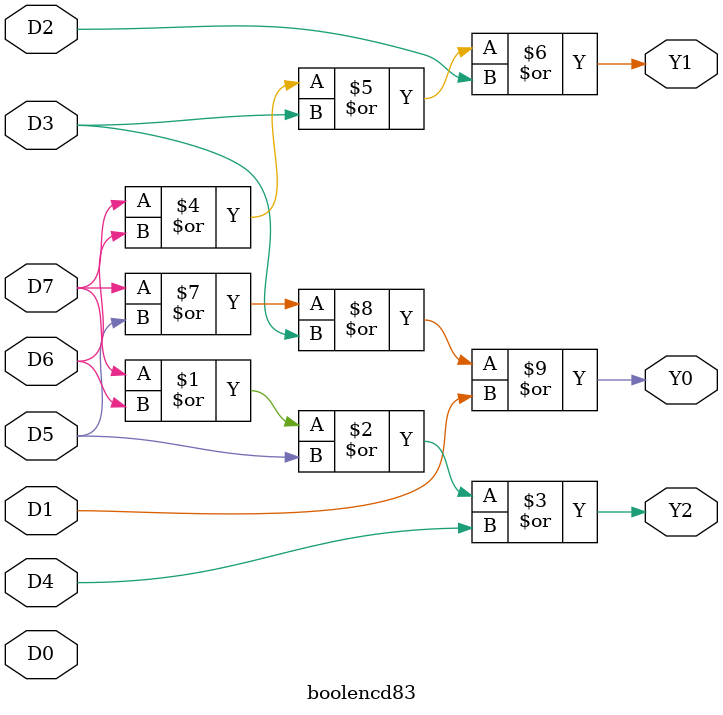
<source format=v>
module boolencd83(D7,D6,D5,D4,D3,D2,D1,D0,Y2,Y1,Y0);

input D7,D6,D5,D4,D3,D2,D1,D0;
output Y2,Y1,Y0;

assign Y2 = D7|D6|D5|D4;
assign Y1 = D7|D6|D3|D2;
assign Y0 = D7|D5|D3|D1;
endmodule

</source>
